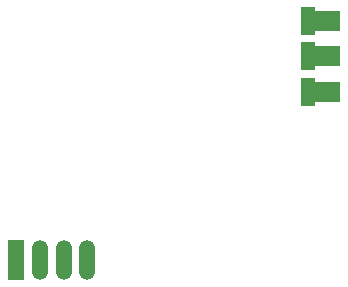
<source format=gbr>
%TF.GenerationSoftware,KiCad,Pcbnew,8.0.2*%
%TF.CreationDate,2024-09-01T00:37:24-07:00*%
%TF.ProjectId,procon_battery_pcb,70726f63-6f6e-45f6-9261-74746572795f,rev?*%
%TF.SameCoordinates,Original*%
%TF.FileFunction,Soldermask,Bot*%
%TF.FilePolarity,Negative*%
%FSLAX46Y46*%
G04 Gerber Fmt 4.6, Leading zero omitted, Abs format (unit mm)*
G04 Created by KiCad (PCBNEW 8.0.2) date 2024-09-01 00:37:24*
%MOMM*%
%LPD*%
G01*
G04 APERTURE LIST*
%ADD10R,1.350000X3.350000*%
%ADD11O,1.350000X3.350000*%
%ADD12R,1.200000X2.450000*%
%ADD13R,3.280000X1.750000*%
G04 APERTURE END LIST*
D10*
%TO.C,J1*%
X51607200Y-51130200D03*
D11*
X53607200Y-51130200D03*
X55607200Y-51130200D03*
X57607200Y-51130200D03*
%TD*%
D12*
%TO.C,U1*%
X76327000Y-36858200D03*
D13*
X77367000Y-36858200D03*
D12*
X76327000Y-33858200D03*
D13*
X77367000Y-33858200D03*
D12*
X76327000Y-30858200D03*
D13*
X77367000Y-30858200D03*
%TD*%
M02*

</source>
